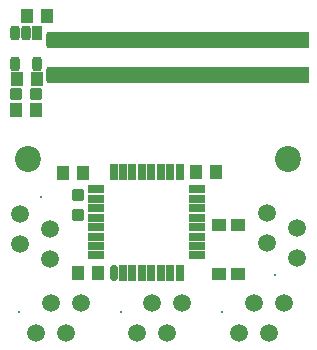
<source format=gts>
G04*
G04 #@! TF.GenerationSoftware,Altium Limited,Altium Designer,19.1.8 (144)*
G04*
G04 Layer_Color=8388736*
%FSLAX43Y43*%
%MOMM*%
G71*
G01*
G75*
%ADD13R,22.300X1.400*%
%ADD14R,1.400X0.700*%
%ADD15R,0.700X1.400*%
%ADD16O,0.700X1.400*%
G04:AMPARAMS|DCode=17|XSize=2mm|YSize=1.35mm|CornerRadius=0.244mm|HoleSize=0mm|Usage=FLASHONLY|Rotation=0.000|XOffset=0mm|YOffset=0mm|HoleType=Round|Shape=RoundedRectangle|*
%AMROUNDEDRECTD17*
21,1,2.000,0.863,0,0,0.0*
21,1,1.513,1.350,0,0,0.0*
1,1,0.488,0.756,-0.431*
1,1,0.488,-0.756,-0.431*
1,1,0.488,-0.756,0.431*
1,1,0.488,0.756,0.431*
%
%ADD17ROUNDEDRECTD17*%
%ADD18R,1.200X1.100*%
G04:AMPARAMS|DCode=19|XSize=1.2mm|YSize=1.1mm|CornerRadius=0.213mm|HoleSize=0mm|Usage=FLASHONLY|Rotation=270.000|XOffset=0mm|YOffset=0mm|HoleType=Round|Shape=RoundedRectangle|*
%AMROUNDEDRECTD19*
21,1,1.200,0.675,0,0,270.0*
21,1,0.775,1.100,0,0,270.0*
1,1,0.425,-0.338,-0.388*
1,1,0.425,-0.338,0.388*
1,1,0.425,0.338,0.388*
1,1,0.425,0.338,-0.388*
%
%ADD19ROUNDEDRECTD19*%
G04:AMPARAMS|DCode=20|XSize=1mm|YSize=1mm|CornerRadius=0.2mm|HoleSize=0mm|Usage=FLASHONLY|Rotation=90.000|XOffset=0mm|YOffset=0mm|HoleType=Round|Shape=RoundedRectangle|*
%AMROUNDEDRECTD20*
21,1,1.000,0.600,0,0,90.0*
21,1,0.600,1.000,0,0,90.0*
1,1,0.400,0.300,0.300*
1,1,0.400,0.300,-0.300*
1,1,0.400,-0.300,-0.300*
1,1,0.400,-0.300,0.300*
%
%ADD20ROUNDEDRECTD20*%
G04:AMPARAMS|DCode=21|XSize=1.2mm|YSize=0.86mm|CornerRadius=0.265mm|HoleSize=0mm|Usage=FLASHONLY|Rotation=270.000|XOffset=0mm|YOffset=0mm|HoleType=Round|Shape=RoundedRectangle|*
%AMROUNDEDRECTD21*
21,1,1.200,0.330,0,0,270.0*
21,1,0.670,0.860,0,0,270.0*
1,1,0.530,-0.165,-0.335*
1,1,0.530,-0.165,0.335*
1,1,0.530,0.165,0.335*
1,1,0.530,0.165,-0.335*
%
%ADD21ROUNDEDRECTD21*%
%ADD22R,0.860X1.200*%
G04:AMPARAMS|DCode=23|XSize=1mm|YSize=1mm|CornerRadius=0.2mm|HoleSize=0mm|Usage=FLASHONLY|Rotation=180.000|XOffset=0mm|YOffset=0mm|HoleType=Round|Shape=RoundedRectangle|*
%AMROUNDEDRECTD23*
21,1,1.000,0.600,0,0,180.0*
21,1,0.600,1.000,0,0,180.0*
1,1,0.400,-0.300,0.300*
1,1,0.400,0.300,0.300*
1,1,0.400,0.300,-0.300*
1,1,0.400,-0.300,-0.300*
%
%ADD23ROUNDEDRECTD23*%
%ADD24C,0.200*%
%ADD25C,1.500*%
%ADD26C,2.200*%
D13*
X14650Y23100D02*
D03*
Y26100D02*
D03*
D14*
X7750Y7850D02*
D03*
Y8650D02*
D03*
Y9450D02*
D03*
Y10250D02*
D03*
Y11050D02*
D03*
Y11850D02*
D03*
Y12650D02*
D03*
Y13450D02*
D03*
X16250D02*
D03*
Y12650D02*
D03*
Y11850D02*
D03*
Y11050D02*
D03*
Y10250D02*
D03*
Y9450D02*
D03*
Y8650D02*
D03*
Y7850D02*
D03*
D15*
X9200Y14900D02*
D03*
X10000D02*
D03*
X10800D02*
D03*
X11600D02*
D03*
X12400D02*
D03*
X13200D02*
D03*
X14000D02*
D03*
X14800D02*
D03*
Y6400D02*
D03*
X14000D02*
D03*
X13200D02*
D03*
X12400D02*
D03*
X11600D02*
D03*
X10800D02*
D03*
X10000D02*
D03*
D16*
X9200D02*
D03*
D17*
X23400Y23100D02*
D03*
Y26100D02*
D03*
X17100Y23100D02*
D03*
Y26100D02*
D03*
X15000Y23100D02*
D03*
Y26100D02*
D03*
X8700Y23100D02*
D03*
Y26100D02*
D03*
X6600Y23100D02*
D03*
Y26100D02*
D03*
X19200Y26100D02*
D03*
Y23100D02*
D03*
X21300Y26100D02*
D03*
Y23100D02*
D03*
X10800D02*
D03*
Y26100D02*
D03*
X12900Y23100D02*
D03*
Y26100D02*
D03*
X4500Y23100D02*
D03*
Y26100D02*
D03*
D18*
X19700Y10400D02*
D03*
Y6300D02*
D03*
X18100Y10400D02*
D03*
Y6300D02*
D03*
D19*
X6150Y6400D02*
D03*
X7850D02*
D03*
X17850Y14900D02*
D03*
X16150D02*
D03*
X6650Y14800D02*
D03*
X4950D02*
D03*
X2750Y22800D02*
D03*
X1050D02*
D03*
X3550Y28100D02*
D03*
X1850D02*
D03*
X950Y20200D02*
D03*
X2650D02*
D03*
D20*
X6200Y12950D02*
D03*
Y11250D02*
D03*
D21*
X2750Y24070D02*
D03*
X850D02*
D03*
X1800Y26700D02*
D03*
X850D02*
D03*
D22*
X2750D02*
D03*
D23*
X950Y21500D02*
D03*
X2650D02*
D03*
D24*
X22900Y6200D02*
D03*
X3100Y12800D02*
D03*
X1200Y3100D02*
D03*
X9800D02*
D03*
X18400D02*
D03*
D25*
X22160Y11410D02*
D03*
X24700Y10140D02*
D03*
X22160Y8870D02*
D03*
X24700Y7600D02*
D03*
X3840Y7590D02*
D03*
X1300Y8860D02*
D03*
X3840Y10130D02*
D03*
X1300Y11400D02*
D03*
X6410Y3840D02*
D03*
X5140Y1300D02*
D03*
X3870Y3840D02*
D03*
X2600Y1300D02*
D03*
X15010Y3840D02*
D03*
X13740Y1300D02*
D03*
X12470Y3840D02*
D03*
X11200Y1300D02*
D03*
X23610Y3840D02*
D03*
X22340Y1300D02*
D03*
X21070Y3840D02*
D03*
X19800Y1300D02*
D03*
D26*
X2000Y16000D02*
D03*
X24000D02*
D03*
M02*

</source>
